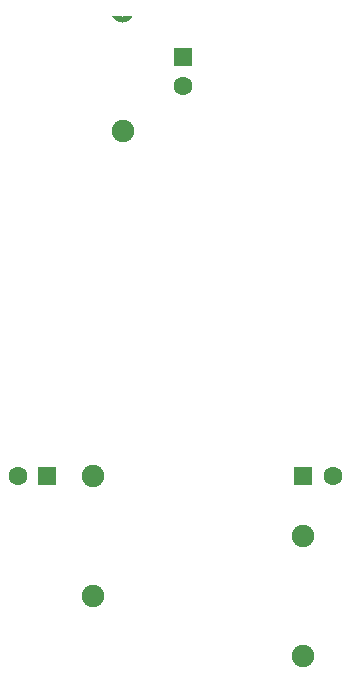
<source format=gtl>
G04 MADE WITH FRITZING*
G04 WWW.FRITZING.ORG*
G04 DOUBLE SIDED*
G04 HOLES PLATED*
G04 CONTOUR ON CENTER OF CONTOUR VECTOR*
%ASAXBY*%
%FSLAX23Y23*%
%MOIN*%
%OFA0B0*%
%SFA1.0B1.0*%
%ADD10C,0.062992*%
%ADD11C,0.075000*%
%ADD12R,0.062992X0.062992*%
%ADD13R,0.001000X0.001000*%
%LNCOPPER1*%
G90*
G70*
G54D10*
X942Y2169D03*
X942Y2071D03*
X1343Y771D03*
X1442Y771D03*
G54D11*
X1342Y571D03*
X1342Y171D03*
X742Y1921D03*
G54D10*
X490Y771D03*
X392Y771D03*
G54D11*
X642Y771D03*
X642Y371D03*
G54D12*
X942Y2169D03*
X1343Y771D03*
X490Y771D03*
G54D13*
X708Y2304D02*
X739Y2304D01*
X743Y2304D02*
X773Y2304D01*
X709Y2303D02*
X773Y2303D01*
X709Y2302D02*
X772Y2302D01*
X710Y2301D02*
X772Y2301D01*
X711Y2300D02*
X771Y2300D01*
X711Y2299D02*
X770Y2299D01*
X712Y2298D02*
X770Y2298D01*
X713Y2297D02*
X769Y2297D01*
X714Y2296D02*
X768Y2296D01*
X715Y2295D02*
X767Y2295D01*
X716Y2294D02*
X766Y2294D01*
X717Y2293D02*
X765Y2293D01*
X718Y2292D02*
X763Y2292D01*
X720Y2291D02*
X762Y2291D01*
X721Y2290D02*
X761Y2290D01*
X723Y2289D02*
X759Y2289D01*
X725Y2288D02*
X757Y2288D01*
X727Y2287D02*
X755Y2287D01*
X730Y2286D02*
X752Y2286D01*
X733Y2285D02*
X749Y2285D01*
X739Y2284D02*
X742Y2284D01*
D02*
G04 End of Copper1*
M02*
</source>
